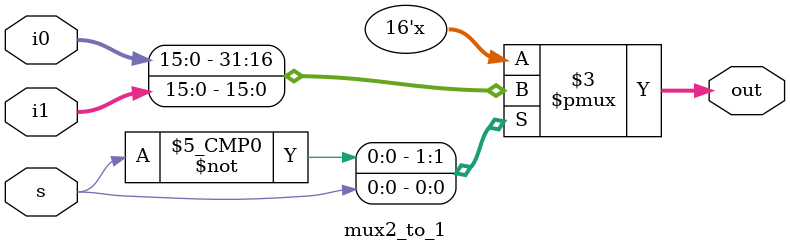
<source format=v>
module stimulus;

	reg [15:0] IN0, IN1;
	reg S;
	wire [15:0] OUTPUT;
	
	mux2_to_1 mymux(OUTPUT, IN0, IN1, S);
	
	initial
	begin
		// set input lines
		IN0 = 4'd3; IN1 = 4'd12;
		#1 $display("IN0= %d, IN1= %d\n",IN0,IN1);
		// choose IN0
		S = 0;
		#1 $display("S = %b OUTPUT = %d \n", S, OUTPUT);
		// choose IN1
		S = 1;
		#1 $display("S = %b OUTPUT = %d \n", S, OUTPUT);
	end
	
endmodule


module mux2_to_1 (out, i0, i1, s);
	
	input [15:0] i0, i1;
	input s;

	output reg [15:0] out;
	
	initial 
		out = 16'd0;
		
	always @(s, i0, i1)
	begin	
	
		case (s)
			1'b0 : out = i0;
			1'b1 : out = i1;
			default : $display("Invalid signal");	
		endcase
	end	
	
endmodule

</source>
